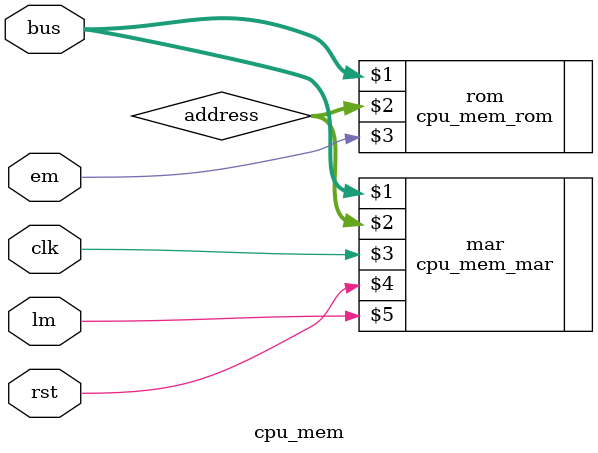
<source format=v>
module cpu_mem(bus, clk, rst, lm, em);
input clk, rst, lm, em;
inout [7:0] bus;


wire [3:0] address;

cpu_mem_mar mar(bus, address, clk, rst, lm);
cpu_mem_rom rom(bus, address, em);

endmodule
</source>
